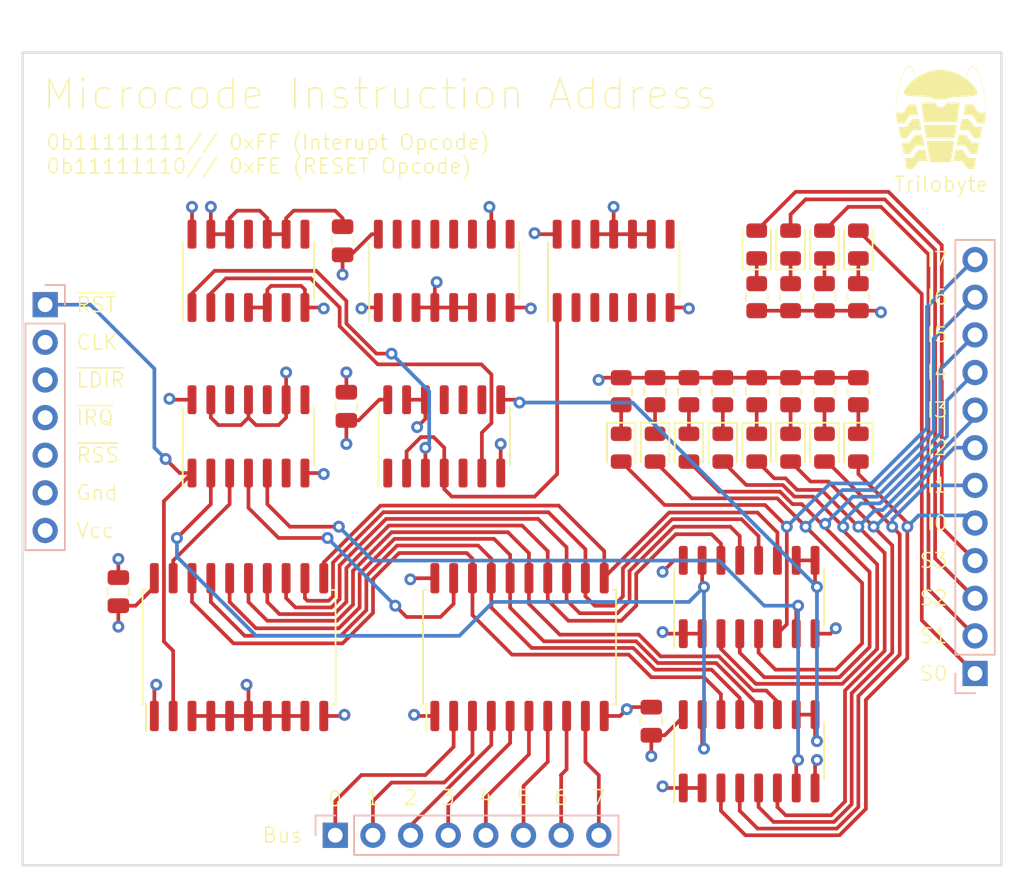
<source format=kicad_pcb>
(kicad_pcb (version 20211014) (generator pcbnew)
  (layers (0 "F.Cu" signal) (1 "In1.Cu" signal) (2 "In2.Cu" signal) (31 "B.Cu" signal) (34 "B.Paste" user) (35 "F.Paste" user) (36 "B.SilkS" user "B.Silkscreen") (37 "F.SilkS" user "F.Silkscreen") (38 "B.Mask" user) (39 "F.Mask" user) (44 "Edge.Cuts" user))
  (net 0 "")
  (net 1 "VCC")
  (net 2 "GND")
  (net 3 "Net-(D4-Pad1)")
  (net 4 "/~{ZF}")
  (net 5 "Net-(U1-Pad6)")
  (net 7 "Net-(U4-Pad3)")
  (net 8 "Net-(U4-Pad6)")
  (net 9 "STEP3")
  (net 11 "STEP2")
  (net 12 "~{BUS_SEL}")
  (net 13 "STEP1")
  (net 15 "STEP0")
  (net 16 "BUS0")
  (net 17 "BUS1")
  (net 18 "BUS2")
  (net 19 "BUS3")
  (net 20 "BUS4")
  (net 21 "BUS5")
  (net 22 "BUS6")
  (net 23 "BUS7")
  (net 24 "CLOCK")
  (net 25 "Net-(D1-Pad1)")
  (net 26 "Net-(D2-Pad1)")
  (net 27 "Net-(D3-Pad1)")
  (net 28 "INSTRUCTION7")
  (net 29 "INSTRUCTION6")
  (net 30 "INSTRUCTION5")
  (net 31 "INSTRUCTION4")
  (net 32 "INSTRUCTION3")
  (net 33 "INSTRUCTION2")
  (net 34 "INSTRUCTION1")
  (net 35 "INSTRUCTION0")
  (net 36 "~{RESET}")
  (net 37 "~{INT_REQUEST}")
  (net 38 "~{RESET_STEP}")
  (net 41 "Net-(U1-Pad4)")
  (net 42 "Net-(U10-Pad10)")
  (net 43 "RESET_LINE")
  (net 45 "/INST_BUS_7")
  (net 46 "/INST_BUS_6")
  (net 47 "/INST_BUS_5")
  (net 48 "/INST_BUS_4")
  (net 49 "/INST_BUS_3")
  (net 50 "/INST_BUS_2")
  (net 51 "/INST_BUS_1")
  (net 52 "/INST_BUS_0")
  (net 55 "Net-(D5-Pad1)")
  (net 56 "Net-(D6-Pad1)")
  (net 57 "Net-(D7-Pad1)")
  (net 58 "Net-(D8-Pad1)")
  (net 59 "Net-(D9-Pad1)")
  (net 60 "Net-(D10-Pad1)")
  (net 61 "~{LD_IR}")
  (net 62 "Net-(D11-Pad1)")
  (net 63 "Net-(D12-Pad1)")
  (footprint "Resistor_SMD:R_0805_2012Metric" (layer "F.Cu") (at 144.018 97.028 90)
    (fp_text reference "R1" hide)
    (fp_text value "R_Small_US" hide)
  )
  (footprint "Resistor_SMD:R_0805_2012Metric" (layer "F.Cu") (at 146.304 97.028 90)
    (fp_text reference "R2" hide)
    (fp_text value "R_Small_US" hide)
  )
  (footprint "Resistor_SMD:R_0805_2012Metric" (layer "F.Cu") (at 160.02 90.678 -90)
    (fp_text reference "R12" hide)
    (fp_text value "R_Small_US" hide)
  )
  (footprint "LED_SMD:LED_0805_2012Metric" (layer "F.Cu") (at 155.448 100.838 -90)
    (fp_text reference "D6" hide)
    (fp_text value "LED" hide)
  )
  (footprint "Package_SO:SOIC-14_3.9x8.7mm_P1.27mm" (layer "F.Cu") (at 132.08 100.076 90)
    (fp_text reference "U4" hide)
    (fp_text value "74LS08" hide)
  )
  (footprint "LED_SMD:LED_0805_2012Metric" (layer "F.Cu") (at 160.02 100.838 -90)
    (fp_text reference "D8" hide)
    (fp_text value "LED" hide)
  )
  (footprint "Package_SO:SOIC-14_3.9x8.7mm_P1.27mm" (layer "F.Cu") (at 118.872 88.9 90)
    (fp_text reference "U5" hide)
    (fp_text value "74LS32" hide)
  )
  (footprint "Resistor_SMD:R_0805_2012Metric" (layer "F.Cu") (at 157.734 90.678 -90)
    (fp_text reference "R11" hide)
    (fp_text value "R_Small_US" hide)
  )
  (footprint "Package_SO:SOIC-16_3.9x9.9mm_P1.27mm" (layer "F.Cu") (at 152.654 121.334 90)
    (fp_text reference "U9" hide)
    (fp_text value "74LS173" hide)
  )
  (footprint "LED_SMD:LED_0805_2012Metric" (layer "F.Cu") (at 146.304 100.838 -90)
    (fp_text reference "D2" hide)
    (fp_text value "LED" hide)
  )
  (footprint "Capacitor_SMD:C_0805_2012Metric" (layer "F.Cu") (at 110.092 110.556 90)
    (fp_text reference "C4" hide)
    (fp_text value "C" hide)
  )
  (footprint "Resistor_SMD:R_0805_2012Metric" (layer "F.Cu") (at 153.162 97.028 90)
    (fp_text reference "R5" hide)
    (fp_text value "R_Small_US" hide)
  )
  (footprint "Package_SO:SOIC-20W_7.5x12.8mm_P1.27mm" (layer "F.Cu") (at 137.16 114.3 90)
    (fp_text reference "U7" hide)
    (fp_text value "74LS245" hide)
  )
  (footprint "Package_SO:SOIC-20W_7.5x12.8mm_P1.27mm" (layer "F.Cu") (at 118.237 114.3 90)
    (fp_text reference "U6" hide)
    (fp_text value "74LS245" hide)
  )
  (footprint "LED_SMD:LED_0805_2012Metric" (layer "F.Cu") (at 153.162 100.838 -90)
    (fp_text reference "D5" hide)
    (fp_text value "LED" hide)
  )
  (footprint "Resistor_SMD:R_0805_2012Metric" (layer "F.Cu") (at 148.59 97.028 90)
    (fp_text reference "R3" hide)
    (fp_text value "R_Small_US" hide)
  )
  (footprint "Resistor_SMD:R_0805_2012Metric" (layer "F.Cu") (at 150.876 97.028 90)
    (fp_text reference "R4" hide)
    (fp_text value "R_Small_US" hide)
  )
  (footprint "Resistor_SMD:R_0805_2012Metric" (layer "F.Cu") (at 160.02 97.028 90)
    (fp_text reference "R8" hide)
    (fp_text value "R_Small_US" hide)
  )
  (footprint "LED_SMD:LED_0805_2012Metric" (layer "F.Cu") (at 150.876 100.838 -90)
    (fp_text reference "D4" hide)
    (fp_text value "LED" hide)
  )
  (footprint "LED_SMD:LED_0805_2012Metric" (layer "F.Cu") (at 157.734 87.122 90)
    (fp_text reference "D11" hide)
    (fp_text value "LED" hide)
  )
  (footprint "Resistor_SMD:R_0805_2012Metric" (layer "F.Cu") (at 155.448 97.028 90)
    (fp_text reference "R6" hide)
    (fp_text value "R_Small_US" hide)
  )
  (footprint "LED_SMD:LED_0805_2012Metric" (layer "F.Cu") (at 155.448 87.122 90)
    (fp_text reference "D10" hide)
    (fp_text value "LED" hide)
  )
  (footprint "Resistor_SMD:R_0805_2012Metric" (layer "F.Cu") (at 155.448 90.678 -90)
    (fp_text reference "R10" hide)
    (fp_text value "R_Small_US" hide)
  )
  (footprint "Stephenv6:trilobyte-logo-small" (layer "F.Cu") (at 165.608 70.866)
    (fp_text reference "REF**" hide)
    (fp_text value "trilobyte-logo-small" hide)
  )
  (footprint "Package_SO:SOIC-14_3.9x8.7mm_P1.27mm" (layer "F.Cu") (at 143.51 88.9 90)
    (fp_text reference "U2" hide)
    (fp_text value "4072" hide)
  )
  (footprint "LED_SMD:LED_0805_2012Metric" (layer "F.Cu") (at 148.59 100.838 -90)
    (fp_text reference "D3" hide)
    (fp_text value "LED" hide)
  )
  (footprint "LED_SMD:LED_0805_2012Metric" (layer "F.Cu") (at 144.018 100.838 -90)
    (fp_text reference "D1" hide)
    (fp_text value "LED" hide)
  )
  (footprint "Package_SO:SOIC-16_3.9x9.9mm_P1.27mm" (layer "F.Cu") (at 152.654 110.92 90)
    (fp_text reference "U10" hide)
    (fp_text value "74LS173" hide)
  )
  (footprint "LED_SMD:LED_0805_2012Metric" (layer "F.Cu") (at 160.02 87.122 90)
    (fp_text reference "D12" hide)
    (fp_text value "LED" hide)
  )
  (footprint "Capacitor_SMD:C_0805_2012Metric" (layer "F.Cu") (at 146.05 119.302 90)
    (fp_text reference "C3" hide)
    (fp_text value "C" hide)
  )
  (footprint "Package_SO:SOIC-14_3.9x8.7mm_P1.27mm" (layer "F.Cu") (at 118.872 100.076 90)
    (fp_text reference "U1" hide)
    (fp_text value "74LS04" hide)
  )
  (footprint "LED_SMD:LED_0805_2012Metric" (layer "F.Cu") (at 153.162 87.122 90)
    (fp_text reference "D9" hide)
    (fp_text value "LED" hide)
  )
  (footprint "Resistor_SMD:R_0805_2012Metric" (layer "F.Cu") (at 153.162 90.678 -90)
    (fp_text reference "R9" hide)
    (fp_text value "R_Small_US" hide)
  )
  (footprint "Resistor_SMD:R_0805_2012Metric" (layer "F.Cu") (at 157.734 97.028 90)
    (fp_text reference "R7" hide)
    (fp_text value "R_Small_US" hide)
  )
  (footprint "Package_SO:SOIC-16_3.9x9.9mm_P1.27mm" (layer "F.Cu") (at 132.08 88.9 90)
    (fp_text reference "U3" hide)
    (fp_text value "74LS161" hide)
  )
  (footprint "Capacitor_SMD:C_0805_2012Metric" (layer "F.Cu") (at 125.222 86.868 90)
    (fp_text reference "C1" hide)
    (fp_text value "C" hide)
  )
  (footprint "Capacitor_SMD:C_0805_2012Metric" (layer "F.Cu") (at 125.476 98.044 90)
    (fp_text reference "C2" hide)
    (fp_text value "C" hide)
  )
  (footprint "LED_SMD:LED_0805_2012Metric" (layer "F.Cu") (at 157.734 100.838 -90)
    (fp_text reference "D7" hide)
    (fp_text value "LED" hide)
  )
  (footprint "Connector_PinHeader_2.54mm:PinHeader_1x08_P2.54mm_Vertical" (layer "B.Cu") (at 124.729 127 -90)
    (fp_text reference "J1" hide)
    (fp_text value "Conn_01x08" hide)
  )
  (footprint "Connector_PinHeader_2.54mm:PinHeader_1x12_P2.54mm_Vertical" (layer "B.Cu") (at 167.894 116.083)
    (fp_text reference "J2" hide)
    (fp_text value "Conn_01x12" hide)
  )
  (footprint "Connector_PinHeader_2.54mm:PinHeader_1x07_P2.54mm_Vertical" (layer "B.Cu") (at 105.156 91.186 180)
    (fp_text reference "J3" hide)
    (fp_text value "Conn_01x07" hide)
  )
  (gr_rect (start 103.632 74.168) (end 169.672 129.032) (layer "Edge.Cuts") (width 0.15) (fill none))
  (gr_text "4" (at 134.874 124.46) (layer "F.SilkS") (effects (font (size 1 1) (thickness 0.1))))
  (gr_text "Gnd" (at 107.188 103.886) (layer "F.SilkS") (effects (font (size 1 1) (thickness 0.1)) (justify left)))
  (gr_text "I0" (at 166.116 105.918) (layer "F.SilkS") (effects (font (size 1 1) (thickness 0.1)) (justify right)))
  (gr_text "~{RST}" (at 107.188 91.186) (layer "F.SilkS") (effects (font (size 1 1) (thickness 0.1)) (justify left)))
  (gr_text "I6" (at 166.116 90.678) (layer "F.SilkS") (effects (font (size 1 1) (thickness 0.1)) (justify right)))
  (gr_text "I3" (at 166.116 98.298) (layer "F.SilkS") (effects (font (size 1 1) (thickness 0.1)) (justify right)))
  (gr_text "Vcc" (at 107.188 106.426) (layer "F.SilkS") (effects (font (size 1 1) (thickness 0.1)) (justify left)))
  (gr_text "S0" (at 166.116 116.078) (layer "F.SilkS") (effects (font (size 1 1) (thickness 0.1)) (justify right)))
  (gr_text "I1" (at 166.116 103.378) (layer "F.SilkS") (effects (font (size 1 1) (thickness 0.1)) (justify right)))
  (gr_text "0" (at 124.714 124.46 180) (layer "F.SilkS") (effects (font (size 1 1) (thickness 0.1))))
  (gr_text "~{RSS}" (at 107.188 101.346) (layer "F.SilkS") (effects (font (size 1 1) (thickness 0.1)) (justify left)))
  (gr_text "2" (at 129.794 124.46) (layer "F.SilkS") (effects (font (size 1 1) (thickness 0.1))))
  (gr_text "~{LDIR}" (at 107.188 96.266) (layer "F.SilkS") (effects (font (size 1 1) (thickness 0.1)) (justify left)))
  (gr_text "5" (at 137.414 124.46) (layer "F.SilkS") (effects (font (size 1 1) (thickness 0.1))))
  (gr_text "S1" (at 166.116 113.538) (layer "F.SilkS") (effects (font (size 1 1) (thickness 0.1)) (justify right)))
  (gr_text "CLK" (at 107.188 93.726) (layer "F.SilkS") (effects (font (size 1 1) (thickness 0.1)) (justify left)))
  (gr_text "I4" (at 166.116 95.758) (layer "F.SilkS") (effects (font (size 1 1) (thickness 0.1)) (justify right)))
  (gr_text "S2" (at 166.116 110.998) (layer "F.SilkS") (effects (font (size 1 1) (thickness 0.1)) (justify right)))
  (gr_text "Trilobyte" (at 165.608 83.058) (layer "F.SilkS") (effects (font (size 1 1) (thickness 0.1))))
  (gr_text "3" (at 132.334 124.46) (layer "F.SilkS") (effects (font (size 1 1) (thickness 0.1))))
  (gr_text "7" (at 142.494 124.46) (layer "F.SilkS") (effects (font (size 1 1) (thickness 0.1))))
  (gr_text "I5" (at 166.116 93.218) (layer "F.SilkS") (effects (font (size 1 1) (thickness 0.1)) (justify right)))
  (gr_text "S3" (at 166.116 108.458) (layer "F.SilkS") (effects (font (size 1 1) (thickness 0.1)) (justify right)))
  (gr_text "1" (at 127.254 124.46) (layer "F.SilkS") (effects (font (size 1 1) (thickness 0.1))))
  (gr_text "I7" (at 166.116 88.138) (layer "F.SilkS") (effects (font (size 1 1) (thickness 0.1)) (justify right)))
  (gr_text "6" (at 139.954 124.46) (layer "F.SilkS") (effects (font (size 1 1) (thickness 0.1))))
  (gr_text "Microcode Instruction Address" (at 127.762 76.962) (layer "F.SilkS") (effects (font (size 2 2) (thickness 0.1))))
  (gr_text "I2" (at 166.116 100.838) (layer "F.SilkS") (effects (font (size 1 1) (thickness 0.1)) (justify right)))
  (gr_text "0b11111111// 0xFF (Interupt Opcode)\n0b11111110// 0xFE (RESET Opcode)" (at 105.156 81.026) (layer "F.SilkS") (effects (font (size 1 1) (thickness 0.1)) (justify left)))
  (gr_text "~{IRQ}" (at 107.188 98.806) (layer "F.SilkS") (effects (font (size 1 1) (thickness 0.1)) (justify left)))
  (gr_text "Bus" (at 121.158 127) (layer "F.SilkS") (effects (font (size 1 1) (thickness 0.1))))
  (segment (start 127.189 86.425) (end 127.635 86.425) (width 0.25) (layer "F.Cu") (net 1))
  (segment (start 125.222 87.818) (end 125.222 89.154) (width 0.25) (layer "F.Cu") (net 1))
  (segment (start 125.476 98.994) (end 126.304 98.994) (width 0.25) (layer "F.Cu") (net 1))
  (segment (start 147.587 108.445) (end 146.812 109.22) (width 0.25) (layer "F.Cu") (net 1))
  (segment (start 126.557 91.375) (end 126.492 91.44) (width 0.25) (layer "F.Cu") (net 1))
  (segment (start 110.092 111.506) (end 110.092 112.92) (width 0.25) (layer "F.Cu") (net 1))
  (segment (start 131.445 118.95) (end 130.126 118.95) (width 0.25) (layer "F.Cu") (net 1))
  (segment (start 129.872 109.65) (end 129.794 109.728) (width 0.25) (layer "F.Cu") (net 1))
  (segment (start 135.255 86.425) (end 135.255 84.709) (width 0.25) (layer "F.Cu") (net 1))
  (segment (start 138.241 86.425) (end 138.176 86.36) (width 0.25) (layer "F.Cu") (net 1))
  (segment (start 113.603 97.601) (end 113.538 97.536) (width 0.25) (layer "F.Cu") (net 1))
  (segment (start 122.682 118.95) (end 115.062 118.95) (width 0.25) (layer "F.Cu") (net 1))
  (segment (start 135.255 84.709) (end 135.128 84.582) (width 0.25) (layer "F.Cu") (net 1))
  (segment (start 118.872 116.967) (end 118.745 116.84) (width 0.25) (layer "F.Cu") (net 1))
  (segment (start 146.05 120.252) (end 146.956 120.252) (width 0.25) (layer "F.Cu") (net 1))
  (segment (start 118.872 118.95) (end 118.872 116.967) (width 0.25) (layer "F.Cu") (net 1))
  (segment (start 112.505 110.048) (end 112.505 110.253) (width 0.25) (layer "F.Cu") (net 1))
  (segment (start 131.445 109.65) (end 129.872 109.65) (width 0.25) (layer "F.Cu") (net 1))
  (segment (start 146.956 120.252) (end 148.209 118.999) (width 0.25) (layer "F.Cu") (net 1))
  (segment (start 127.697 97.601) (end 128.27 97.601) (width 0.25) (layer "F.Cu") (net 1))
  (segment (start 125.222 87.818) (end 125.796 87.818) (width 0.25) (layer "F.Cu") (net 1))
  (segment (start 127.635 91.375) (end 126.557 91.375) (width 0.25) (layer "F.Cu") (net 1))
  (segment (start 115.062 97.601) (end 113.603 97.601) (width 0.25) (layer "F.Cu") (net 1))
  (segment (start 130.126 118.95) (end 130.048 118.872) (width 0.25) (layer "F.Cu") (net 1))
  (segment (start 112.505 110.253) (end 111.252 111.506) (width 0.25) (layer "F.Cu") (net 1))
  (segment (start 112.522 118.95) (end 112.522 116.967) (width 0.25) (layer "F.Cu") (net 1))
  (segment (start 112.522 116.967) (end 112.649 116.84) (width 0.25) (layer "F.Cu") (net 1))
  (segment (start 111.252 111.506) (end 110.092 111.506) (width 0.25) (layer "F.Cu") (net 1))
  (segment (start 125.796 87.818) (end 127.189 86.425) (width 0.25) (layer "F.Cu") (net 1))
  (segment (start 125.476 98.994) (end 125.476 100.584) (width 0.25) (layer "F.Cu") (net 1))
  (segment (start 148.209 108.445) (end 147.587 108.445) (width 0.25) (layer "F.Cu") (net 1))
  (segment (start 115.062 86.425) (end 115.062 84.582) (width 0.25) (layer "F.Cu") (net 1))
  (segment (start 139.7 86.425) (end 138.241 86.425) (width 0.25) (layer "F.Cu") (net 1))
  (segment (start 148.209 118.999) (end 148.209 118.859) (width 0.25) (layer "F.Cu") (net 1))
  (segment (start 146.05 120.252) (end 146.05 121.666) (width 0.25) (layer "F.Cu") (net 1))
  (segment (start 126.304 98.994) (end 127.697 97.601) (width 0.25) (layer "F.Cu") (net 1))
  (via (at 125.476 100.584) (size 0.8) (drill 0.4) (layers "F.Cu" "B.Cu") (net 1))
  (via (at 118.745 116.84) (size 0.8) (drill 0.4) (layers "F.Cu" "B.Cu") (net 1))
  (via (at 112.649 116.84) (size 0.8) (drill 0.4) (layers "F.Cu" "B.Cu") (net 1))
  (via (at 115.062 84.582) (size 0.8) (drill 0.4) (layers "F.Cu" "B.Cu") (net 1))
  (via (at 129.794 109.728) (size 0.8) (drill 0.4) (layers "F.Cu" "B.Cu") (net 1))
  (via (at 138.176 86.36) (size 0.8) (drill 0.4) (layers "F.Cu" "B.Cu") (net 1))
  (via (at 126.492 91.44) (size 0.8) (drill 0.4) (layers "F.Cu" "B.Cu") (net 1))
  (via (at 146.812 109.22) (size 0.8) (drill 0.4) (layers "F.Cu" "B.Cu") (net 1))
  (via (at 110.092 112.92) (size 0.8) (drill 0.4) (layers "F.Cu" "B.Cu") (net 1))
  (via (at 146.05 121.666) (size 0.8) (drill 0.4) (layers "F.Cu" "B.Cu") (net 1))
  (via (at 130.048 118.872) (size 0.8) (drill 0.4) (layers "F.Cu" "B.Cu") (net 1))
  (via (at 135.128 84.582) (size 0.8) (drill 0.4) (layers "F.Cu" "B.Cu") (net 1))
  (via (at 113.538 97.536) (size 0.8) (drill 0.4) (layers "F.Cu" "B.Cu") (net 1))
  (via (at 125.222 89.154) (size 0.8) (drill 0.4) (layers "F.Cu" "B.Cu") (net 1))
  (segment (start 130.81 98.887431) (end 130.25255 99.444881) (width 0.25) (layer "F.Cu") (net 2))
  (segment (start 119.38 99.314) (end 118.872 98.806) (width 0.25) (layer "F.Cu") (net 2))
  (segment (start 120.142 91.375) (end 120.142 90.17) (width 0.25) (layer "F.Cu") (net 2))
  (segment (start 158.131 113.395) (end 158.496 113.03) (width 0.25) (layer "F.Cu") (net 2))
  (segment (start 148.209 113.395) (end 146.923 113.395) (width 0.25) (layer "F.Cu") (net 2))
  (segment (start 157.099 122.047) (end 157.226 121.92) (width 0.25) (layer "F.Cu") (net 2))
  (segment (start 123.952 118.95) (end 125.271 118.95) (width 0.25) (layer "F.Cu") (net 2))
  (segment (start 120.904 99.314) (end 119.38 99.314) (width 0.25) (layer "F.Cu") (net 2))
  (segment (start 146.923 123.809) (end 146.812 123.698) (width 0.25) (layer "F.Cu") (net 2))
  (segment (start 125.222 85.918) (end 125.222 85.344) (width 0.25) (layer "F.Cu") (net 2))
  (segment (start 118.872 98.806) (end 118.872 97.601) (width 0.25) (layer "F.Cu") (net 2))
  (segment (start 161.4405 91.5905) (end 161.544 91.694) (width 0.25) (layer "F.Cu") (net 2))
  (segment (start 131.445 91.375) (end 131.445 89.789) (width 0.25) (layer "F.Cu") (net 2))
  (segment (start 117.602 85.344) (end 117.602 86.425) (width 0.25) (layer "F.Cu") (net 2))
  (segment (start 142.875 118.95) (end 143.94 118.95) (width 0.25) (layer "F.Cu") (net 2))
  (segment (start 121.412 85.344) (end 121.412 86.425) (width 0.25) (layer "F.Cu") (net 2))
  (segment (start 148.525 91.375) (end 148.59 91.44) (width 0.25) (layer "F.Cu") (net 2))
  (segment (start 116.332 97.601) (end 116.332 98.806) (width 0.25) (layer "F.Cu") (net 2))
  (segment (start 144.018 96.1155) (end 142.6445 96.1155) (width 0.25) (layer "F.Cu") (net 2))
  (segment (start 110.092 109.606) (end 110.092 108.348) (width 0.25) (layer "F.Cu") (net 2))
  (segment (start 121.412 86.425) (end 120.142 86.425) (width 0.25) (layer "F.Cu") (net 2))
  (segment (start 116.84 99.314) (end 118.364 99.314) (width 0.25) (layer "F.Cu") (net 2))
  (segment (start 118.872 91.375) (end 120.142 91.375) (width 0.25) (layer "F.Cu") (net 2))
  (segment (start 142.6445 96.1155) (end 142.494 96.266) (width 0.25) (layer "F.Cu") (net 2))
  (segment (start 121.92 84.836) (end 121.412 85.344) (width 0.25) (layer "F.Cu") (net 2))
  (segment (start 121.412 97.601) (end 121.412 95.758) (width 0.25) (layer "F.Cu") (net 2))
  (segment (start 120.142 85.344) (end 119.634 84.836) (width 0.25) (layer "F.Cu") (net 2))
  (segment (start 122.682 91.375) (end 123.887 91.375) (width 0.25) (layer "F.Cu") (net 2))
  (segment (start 120.142 90.17) (end 120.396 89.916) (width 0.25) (layer "F.Cu") (net 2))
  (segment (start 160.02 91.5905) (end 161.4405 91.5905) (width 0.25) (layer "F.Cu") (net 2))
  (segment (start 117.602 86.425) (end 116.332 86.425) (width 0.25) (layer "F.Cu") (net 2))
  (segment (start 116.332 98.806) (end 116.84 99.314) (width 0.25) (layer "F.Cu") (net 2))
  (segment (start 125.476 97.094) (end 125.476 95.758) (width 0.25) (layer "F.Cu") (net 2))
  (segment (start 149.479 123.809) (end 148.209 123.809) (width 0.25) (layer "F.Cu") (net 2))
  (segment (start 122.682 102.551) (end 123.887 102.551) (width 0.25) (layer "F.Cu") (net 2))
  (segment (start 136.525 91.375) (end 137.857 91.375) (width 0.25) (layer "F.Cu") (net 2))
  (segment (start 125.222 85.344) (end 124.714 84.836) (width 0.25) (layer "F.Cu") (net 2))
  (segment (start 133.985 91.375) (end 130.175 91.375) (width 0.25) (layer "F.Cu") (net 2))
  (segment (start 148.209 123.809) (end 146.923 123.809) (width 0.25) (layer "F.Cu") (net 2))
  (segment (start 143.94 118.95) (end 144.538 118.352) (width 0.25) (layer "F.Cu") (net 2))
  (segment (start 121.412 98.806) (end 120.904 99.314) (width 0.25) (layer "F.Cu") (net 2))
  (segment (start 131.445 89.789) (end 131.572 89.662) (width 0.25) (layer "F.Cu") (net 2))
  (segment (start 120.396 89.916) (end 122.428 89.916) (width 0.25) (layer "F.Cu") (net 2))
  (segment (start 143.51 86.425) (end 143.51 84.582) (width 0.25) (layer "F.Cu") (net 2))
  (segment (start 130.81 97.601) (end 130.81 98.887431) (width 0.25) (layer "F.Cu") (net 2))
  (segment (start 122.682 90.17) (end 122.682 91.375) (width 0.25) (layer "F.Cu") (net 2))
  (segment (start 119.634 84.836) (end 118.11 84.836) (width 0.25) (layer "F.Cu") (net 2))
  (segment (start 144.018 96.1155) (end 160.02 96.1155) (width 0.25) (layer "F.Cu") (net 2))
  (segment (start 147.32 91.375) (end 148.525 91.375) (width 0.25) (layer "F.Cu") (net 2))
  (segment (start 125.271 118.95) (end 125.349 118.872) (width 0.25) (layer "F.Cu") (net 2))
  (segment (start 124.714 84.836) (end 121.92 84.836) (width 0.25) (layer "F.Cu") (net 2))
  (segment (start 142.24 86.425) (end 146.05 86.425) (width 0.25) (layer "F.Cu") (net 2))
  (segment (start 149.479 113.395) (end 148.209 113.395) (width 0.25) (layer "F.Cu") (net 2))
  (segment (start 153.162 91.5905) (end 160.02 91.5905) (width 0.25) (layer "F.Cu") (net 2))
  (segment (start 120.142 86.425) (end 120.142 85.344) (width 0.25) (layer "F.Cu") (net 2))
  (segment (start 118.364 99.314) (end 118.872 98.806) (width 0.25) (layer "F.Cu") (net 2))
  (segment (start 121.412 97.601) (end 121.412 98.806) (width 0.25) (layer "F.Cu") (net 2))
  (segment (start 122.428 89.916) (end 122.682 90.17) (width 0.25) (layer "F.Cu") (net 2))
  (segment (start 129.54 97.601) (end 130.81 97.601) (width 0.25) (layer "F.Cu") (net 2))
  (segment (start 135.89 102.551) (end 135.89 100.584) (width 0.25) (layer "F.Cu") (net 2))
  (segment (start 157.099 113.395) (end 158.131 113.395) (width 0.25) (layer "F.Cu") (net 2))
  (segment (start 157.099 123.809) (end 157.099 122.047) (width 0.25) (layer "F.Cu") (net 2))
  (segment (start 146.923 113.395) (end 146.812 113.284) (width 0.25) (layer "F.Cu") (net 2))
  (segment (start 123.887 91.375) (end 123.952 91.44) (width 0.25) (layer "F.Cu") (net 2))
  (segment (start 144.538 118.352) (end 146.05 118.352) (width 0.25) (layer "F.Cu") (net 2))
  (segment (start 118.11 84.836) (end 117.602 85.344) (width 0.25) (layer "F.Cu") (net 2))
  (segment (start 116.332 86.425) (end 116.332 84.582) (width 0.25) (layer "F.Cu") (net 2))
  (segment (start 137.857 91.375) (end 137.922 91.44) (width 0.25) (layer "F.Cu") (net 2))
  (segment (start 123.887 102.551) (end 123.952 102.616) (width 0.25) (layer "F.Cu") (net 2))
  (via (at 123.952 102.616) (size 0.8) (drill 0.4) (layers "F.Cu" "B.Cu") (net 2))
  (via (at 142.494 96.266) (size 0.8) (drill 0.4) (layers "F.Cu" "B.Cu") (net 2))
  (via (at 148.59 91.44) (size 0.8) (drill 0.4) (layers "F.Cu" "B.Cu") (net 2))
  (via (at 116.332 84.582) (size 0.8) (drill 0.4) (layers "F.Cu" "B.Cu") (net 2))
  (via (at 158.496 113.03) (size 0.8) (drill 0.4) (layers "F.Cu" "B.Cu") (net 2))
  (via (at 146.812 123.698) (size 0.8) (drill 0.4) (layers "F.Cu" "B.Cu") (net 2))
  (via (at 146.812 113.284) (size 0.8) (drill 0.4) (layers "F.Cu" "B.Cu") (net 2))
  (via (at 161.544 91.694) (size 0.8) (drill 0.4) (layers "F.Cu" "B.Cu") (net 2))
  (via (at 135.89 100.584) (size 0.8) (drill 0.4) (layers "F.Cu" "B.Cu") (net 2))
  (via (at 125.476 95.758) (size 0.8) (drill 0.4) (layers "F.Cu" "B.Cu") (net 2))
  (via (at 110.092 108.348) (size 0.8) (drill 0.4) (layers "F.Cu" "B.Cu") (net 2))
  (via (at 157.226 121.92) (size 0.8) (drill 0.4) (layers "F.Cu" "B.Cu") (net 2))
  (via (at 121.412 95.758) (size 0.8) (drill 0.4) (layers "F.Cu" "B.Cu") (net 2))
  (via (at 131.572 89.662) (size 0.8) (drill 0.4) (layers "F.Cu" "B.Cu") (net 2))
  (via (at 130.25255 99.444881) (size 0.8) (drill 0.4) (layers "F.Cu" "B.Cu") (net 2))
  (via (at 125.349 118.872) (size 0.8) (drill 0.4) (layers "F.Cu" "B.Cu") (net 2))
  (via (at 144.399 118.491) (size 0.8) (drill 0.4) (layers "F.Cu" "B.Cu") (net 2))
  (via (at 137.922 91.44) (size 0.8) (drill 0.4) (layers "F.Cu" "B.Cu") (net 2))
  (via (at 123.952 91.44) (size 0.8) (drill 0.4) (layers "F.Cu" "B.Cu") (net 2))
  (via (at 143.51 84.582) (size 0.8) (drill 0.4) (layers "F.Cu" "B.Cu") (net 2))
  (segment (start 150.876 99.786) (end 150.876 97.826) (width 0.25) (layer "F.Cu") (net 3))
  (segment (start 130.509901 100.122134) (end 131.364134 100.122134) (width 0.25) (layer "F.Cu") (net 4))
  (segment (start 138.176 104.14) (end 132.588 104.14) (width 0.25) (layer "F.Cu") (net 4))
  (segment (start 129.54 101.092035) (end 130.509901 100.122134) (width 0.25) (layer "F.Cu") (net 4))
  (segment (start 132.588 104.14) (end 132.08 103.632) (width 0.25) (layer "F.Cu") (net 4))
  (segment (start 139.7 91.375) (end 139.7 102.616) (width 0.25) (layer "F.Cu") (net 4))
  (segment (start 139.7 102.616) (end 138.176 104.14) (width 0.25) (layer "F.Cu") (net 4))
  (segment (start 132.08 103.632) (end 132.08 102.551) (width 0.25) (layer "F.Cu") (net 4))
  (segment (start 132.08 100.838) (end 132.08 102.551) (width 0.25) (layer "F.Cu") (net 4))
  (segment (start 131.364134 100.122134) (end 132.08 100.838) (width 0.25) (layer "F.Cu") (net 4))
  (segment (start 129.54 102.551) (end 129.54 101.092035) (width 0.25) (layer "F.Cu") (net 4))
  (segment (start 125.476 90.932) (end 125.476 92.202) (width 0.25) (layer "F.Cu") (net 7))
  (segment (start 126.492 93.472) (end 127.508 94.488) (width 0.25) (layer "F.Cu") (net 7))
  (segment (start 116.586 88.9) (end 119.126 88.9) (width 0.25) (layer "F.Cu") (net 7))
  (segment (start 115.824 89.662) (end 116.586 88.9) (width 0.25) (layer "F.Cu") (net 7))
  (segment (start 127.508 94.488) (end 128.524 94.488) (width 0.25) (layer "F.Cu") (net 7))
  (segment (start 123.952 89.408) (end 125.476 90.932) (width 0.25) (layer "F.Cu") (net 7))
  (segment (start 123.444 88.9) (end 123.952 89.408) (width 0.25) (layer "F.Cu") (net 7))
  (segment (start 125.476 92.456) (end 126.492 93.472) (width 0.25) (layer "F.Cu") (net 7))
  (segment (start 119.126 88.9) (end 123.444 88.9) (width 0.25) (layer "F.Cu") (net 7))
  (segment (start 115.062 91.375) (end 115.062 90.424) (width 0.25) (layer "F.Cu") (net 7))
  (segment (start 115.062 90.424) (end 115.824 89.662) (width 0.25) (layer "F.Cu") (net 7))
  (segment (start 130.81 102.551) (end 130.81 100.846635) (width 0.25) (layer "F.Cu") (net 7))
  (segment (start 125.476 92.202) (end 125.476 92.456) (width 0.25) (layer "F.Cu") (net 7))
  (via (at 130.81 100.846635) (size 0.8) (drill 0.4) (layers "F.Cu" "B.Cu") (net 7))
  (via (at 128.524 94.488) (size 0.8) (drill 0.4) (layers "F.Cu" "B.Cu") (net 7))
  (segment (start 131.064 97.028) (end 131.064 100.592635) (width 0.25) (layer "B.Cu") (net 7))
  (segment (start 131.064 100.592635) (end 130.81 100.846635) (width 0.25) (layer "B.Cu") (net 7))
  (segment (start 128.524 94.488) (end 131.064 97.028) (width 0.25) (layer "B.Cu") (net 7))
  (segment (start 134.582501 95.212501) (end 135.26548 95.89548) (width 0.25) (layer "F.Cu") (net 8))
  (segment (start 135.26548 95.89548) (end 135.26548 99.17652) (width 0.25) (layer "F.Cu") (net 8))
  (segment (start 123.062296 89.408) (end 125.026489 91.372193) (width 0.25) (layer "F.Cu") (net 8))
  (segment (start 127.596797 95.212501) (end 134.582501 95.212501) (width 0.25) (layer "F.Cu") (net 8))
  (segment (start 116.332 90.424) (end 117.348 89.408) (width 0.25) (layer "F.Cu") (net 8))
  (segment (start 125.02649 92.642194) (end 127.596797 95.212501) (width 0.25) (layer "F.Cu") (net 8))
  (segment (start 135.26548 99.17652) (end 134.62 99.822) (width 0.25) (layer "F.Cu") (net 8))
  (segment (start 117.348 89.408) (end 123.062296 89.408) (width 0.25) (layer "F.Cu") (net 8))
  (segment (start 116.332 91.375) (end 116.332 90.424) (width 0.25) (layer "F.Cu") (net 8))
  (segment (start 134.62 99.822) (end 134.62 102.551) (width 0.25) (layer "F.Cu") (net 8))
  (segment (start 125.026489 91.372193) (end 125.02649 92.642194) (width 0.25) (layer "F.Cu") (net 8))
  (segment (start 155.7805 83.566) (end 153.162 86.1845) (width 0.25) (layer "F.Cu") (net 9))
  (segment (start 162.052 83.566) (end 155.7805 83.566) (width 0.25) (layer "F.Cu") (net 9))
  (segment (start 165.649033 87.163033) (end 162.052 83.566) (width 0.25) (layer "F.Cu") (net 9))
  (segment (start 167.894 108.463) (end 165.649033 106.218033) (width 0.25) (layer "F.Cu") (net 9))
  (segment (start 165.649033 106.218033) (end 165.649033 87.163033) (width 0.25) (layer "F.Cu") (net 9))
  (segment (start 155.448 85.09) (end 156.464 84.074) (width 0.25) (layer "F.Cu") (net 11))
  (segment (start 161.798 84.074) (end 165.199522 87.475522) (width 0.25) (layer "F.Cu") (net 11))
  (segment (start 155.448 86.1845) (end 155.448 85.09) (width 0.25) (layer "F.Cu") (net 11))
  (segment (start 165.199522 87.475522) (end 165.199522 108.308522) (width 0.25) (layer "F.Cu") (net 11))
  (segment (start 156.464 84.074) (end 161.798 84.074) (width 0.25) (layer "F.Cu") (net 11))
  (segment (start 165.199522 108.308522) (end 167.894 111.003) (width 0.25) (layer "F.Cu") (net 11))
  (segment (start 113.792 109.65) (end 113.792 108.458) (width 0.25) (layer "F.Cu") (net 12))
  (segment (start 117.602 104.648) (end 117.602 102.551) (width 0.25) (layer "F.Cu") (net 12))
  (segment (start 113.792 108.458) (end 117.602 104.648) (width 0.25) (layer "F.Cu") (net 12))
  (segment (start 164.750012 87.788012) (end 161.544 84.582) (width 0.25) (layer "F.Cu") (net 13))
  (segment (start 167.894 113.543) (end 164.750012 110.399012) (width 0.25) (layer "F.Cu") (net 13))
  (segment (start 159.3365 84.582) (end 157.734 86.1845) (width 0.25) (layer "F.Cu") (net 13))
  (segment (start 161.544 84.582) (end 159.3365 84.582) (width 0.25) (layer "F.Cu") (net 13))
  (segment (start 164.750012 110.399012) (end 164.750012 87.788012) (width 0.25) (layer "F.Cu") (net 13))
  (segment (start 164.300501 90.465001) (end 164.300501 112.489501) (width 0.25) (layer "F.Cu") (net 15))
  (segment (start 164.300501 112.489501) (end 167.894 116.083) (width 0.25) (layer "F.Cu") (net 15))
  (segment (start 160.02 86.1845) (end 164.300501 90.465001) (width 0.25) (layer "F.Cu") (net 15))
  (segment (start 130.81 122.936) (end 126.492 122.936) (width 0.25) (layer "F.Cu") (net 16))
  (segment (start 124.729 124.699) (end 124.729 127) (width 0.25) (layer "F.Cu") (net 16))
  (segment (start 132.715 121.031) (end 130.81 122.936) (width 0.25) (layer "F.Cu") (net 16))
  (segment (start 132.715 118.95) (end 132.715 121.031) (width 0.25) (layer "F.Cu") (net 16))
  (segment (start 126.492 122.936) (end 124.729 124.699) (width 0.25) (layer "F.Cu") (net 16))
  (segment (start 127.269 124.699) (end 128.524 123.444) (width 0.25) (layer "F.Cu") (net 17))
  (segment (start 127.269 127) (end 127.269 124.699) (width 0.25) (layer "F.Cu") (net 17))
  (segment (start 132.08 123.444) (end 133.985 121.539) (width 0.25) (layer "F.Cu") (net 17))
  (segment (start 128.524 123.444) (end 132.08 123.444) (width 0.25) (layer "F.Cu") (net 17))
  (segment (start 133.985 121.539) (end 133.985 118.95) (width 0.25) (layer "F.Cu") (net 17))
  (segment (start 135.255 118.95) (end 135.255 120.904704) (width 0.25) (layer "F.Cu") (net 18))
  (segment (start 129.809 126.350704) (end 129.809 127) (width 0.25) (layer "F.Cu") (net 18))
  (segment (start 135.255 120.904704) (end 129.809 126.350704) (width 0.25) (layer "F.Cu") (net 18))
  (segment (start 132.349 124.953) (end 132.349 127) (width 0.25) (layer "F.Cu") (net 19))
  (segment (start 136.525 120.777) (end 132.349 124.953) (width 0.25) (layer "F.Cu") (net 19))
  (segment (start 136.525 118.95) (end 136.525 120.777) (width 0.25) (layer "F.Cu") (net 19))
  (segment (start 137.795 118.95) (end 137.795 121.539) (width 0.25) (layer "F.Cu") (net 20))
  (segment (start 137.795 121.539) (end 134.889 124.445) (width 0.25) (layer "F.Cu") (net 20))
  (segment (start 134.889 124.445) (end 134.889 127) (width 0.25) (layer "F.Cu") (net 20))
  (segment (start 137.429 127) (end 137.429 123.683) (width 0.25) (layer "F.Cu") (net 21))
  (segment (start 139.065 122.047) (end 139.065 118.95) (width 0.25) (layer "F.Cu") (net 21))
  (segment (start 137.429 123.683) (end 139.065 122.047) (width 0.25) (layer "F.Cu") (net 21))
  (segment (start 139.954 122.936) (end 139.969 122.951) (width 0.25) (layer "F.Cu") (net 22))
  (segment (start 140.335 122.555) (end 139.954 122.936) (width 0.25) (layer "F.Cu") (net 22))
  (segment (start 139.969 122.951) (end 139.969 127) (width 0.25) (layer "F.Cu") (net 22))
  (segment (start 140.335 118.95) (end 140.335 122.555) (width 0.25) (layer "F.Cu") (net 22))
  (segment (start 141.605 122.047) (end 142.509 122.951) (width 0.25) (layer "F.Cu") (net 23))
  (segment (start 142.509 122.951) (end 142.509 127) (width 0.25) (layer "F.Cu") (net 23))
  (segment (start 141.605 118.95) (end 141.605 122.047) (width 0.25) (layer "F.Cu") (net 23))
  (segment (start 120.142 104.648) (end 120.142 102.551) (width 0.25) (layer "F.Cu") (net 24))
  (segment (start 155.829 111.633) (end 155.956 111.506) (width 0.25) (layer "F.Cu") (net 24))
  (segment (start 155.829 113.395) (end 155.829 111.633) (width 0.25) (layer "F.Cu") (net 24))
  (segment (start 121.666 106.172) (end 120.142 104.648) (width 0.25) (layer "F.Cu") (net 24))
  (segment (start 155.829 122.047) (end 155.829 123.809) (width 0.25) (layer "F.Cu") (net 24))
  (segment (start 155.956 121.92) (end 155.829 122.047) (width 0.25) (layer "F.Cu") (net 24))
  (segment (start 124.968 106.172) (end 121.666 106.172) (width 0.25) (layer "F.Cu") (net 24))
  (via (at 155.956 111.506) (size 0.8) (drill 0.4) (layers "F.Cu" "B.Cu") (net 24))
  (via (at 155.956 121.92) (size 0.8) (drill 0.4) (layers "F.Cu" "B.Cu") (net 24))
  (via (at 124.968 106.172) (size 0.8) (drill 0.4) (layers "F.Cu" "B.Cu") (net 24))
  (segment (start 152.4 110.236) (end 150.622 108.458) (width 0.25) (layer "B.Cu") (net 24))
  (segment (start 155.956 111.506) (end 153.67 111.506) (width 0.25) (layer "B.Cu") (net 24))
  (segment (start 150.622 108.458) (end 147.32 108.458) (width 0.25) (layer "B.Cu") (net 24))
  (segment (start 155.956 111.506) (end 155.956 121.92) (width 0.25) (layer "B.Cu") (net 24))
  (segment (start 153.67 111.506) (end 152.4 110.236) (width 0.25) (layer "B.Cu") (net 24))
  (segment (start 127.254 108.458) (end 124.968 106.172) (width 0.25) (layer "B.Cu") (net 24))
  (segment (start 147.32 108.458) (end 127.254 108.458) (width 0.25) (layer "B.Cu") (net 24))
  (segment (start 144.018 99.9005) (end 144.018 97.9405) (width 0.25) (layer "F.Cu") (net 25))
  (segment (start 146.304 99.786) (end 146.304 97.826) (width 0.25) (layer "F.Cu") (net 26))
  (segment (start 148.59 99.786) (end 148.59 97.826) (width 0.25) (layer "F.Cu") (net 27))
  (segment (start 155.194 112.76) (end 155.194 106.172) (width 0.25) (layer "F.Cu") (net 28))
  (segment (start 154.559 113.395) (end 155.194 112.76) (width 0.25) (layer "F.Cu") (net 28))
  (segment (start 146.94899 104.70649) (end 153.72849 104.70649) (width 0.25) (layer "F.Cu") (net 28))
  (segment (start 153.72849 104.70649) (end 155.194 106.172) (width 0.25) (layer "F.Cu") (net 28))
  (segment (start 144.018 101.7755) (end 146.94899 104.70649) (width 0.25) (layer "F.Cu") (net 28))
  (via (at 155.194 106.172) (size 0.8) (drill 0.4) (layers "F.Cu" "B.Cu") (net 28))
  (segment (start 158.115 103.251) (end 155.194 106.172) (width 0.25) (layer "B.Cu") (net 28))
  (segment (start 167.835271 88.143) (end 164.65048 91.327791) (width 0.25) (layer "B.Cu") (net 28))
  (segment (start 167.894 88.143) (end 167.835271 88.143) (width 0.25) (layer "B.Cu") (net 28))
  (segment (start 164.65048 99.50952) (end 160.909 103.251) (width 0.25) (layer "B.Cu") (net 28))
  (segment (start 164.65048 91.327791) (end 164.65048 99.50952) (width 0.25) (layer "B.Cu") (net 28))
  (segment (start 160.909 103.251) (end 158.115 103.251) (width 0.25) (layer "B.Cu") (net 28))
  (segment (start 155.748099 105.447499) (end 155.739499 105.447499) (width 0.25) (layer "F.Cu") (net 29))
  (segment (start 155.739499 105.447499) (end 154.548978 104.256978) (width 0.25) (layer "F.Cu") (net 29))
  (segment (start 153.289 113.395) (end 153.289 114.681) (width 0.25) (layer "F.Cu") (net 29))
  (segment (start 158.496 115.824) (end 160.274 114.046) (width 0.25) (layer "F.Cu") (net 29))
  (segment (start 153.289 114.681) (end 154.432 115.824) (width 0.25) (layer "F.Cu") (net 29))
  (segment (start 154.432 115.824) (end 158.496 115.824) (width 0.25) (layer "F.Cu") (net 29))
  (segment (start 148.785478 104.256978) (end 146.304 101.7755) (width 0.25) (layer "F.Cu") (net 29))
  (segment (start 160.274 114.046) (end 160.274 109.9734) (width 0.25) (layer "F.Cu") (net 29))
  (segment (start 154.548978 104.256978) (end 148.785478 104.256978) (width 0.25) (layer "F.Cu") (net 29))
  (segment (start 160.274 109.9734) (end 155.748099 105.447499) (width 0.25) (layer "F.Cu") (net 29))
  (via (at 156.464 106.172) (size 0.8) (drill 0.4) (layers "F.Cu" "B.Cu") (net 29))
  (segment (start 167.894 90.683) (end 165.099991 93.477009) (width 0.25) (layer "B.Cu") (net 29))
  (segment (start 165.099991 93.477009) (end 165.09999 99.695714) (width 0.25) (layer "B.Cu") (net 29))
  (segment (start 161.095193 103.700511) (end 158.93549 103.70051) (width 0.25) (layer "B.Cu") (net 29))
  (segment (start 165.09999 99.695714) (end 161.095193 103.700511) (width 0.25) (layer "B.Cu") (net 29))
  (segment (start 158.93549 103.70051) (end 156.464 106.172) (width 0.25) (layer "B.Cu") (net 29))
  (segment (start 160.782 109.2286) (end 160.782 114.297184) (width 0.25) (layer "F.Cu") (net 30))
  (segment (start 156.2014 104.648) (end 160.782 109.2286) (width 0.25) (layer "F.Cu") (net 30))
  (segment (start 154.735172 103.807468) (end 155.575704 104.648) (width 0.25) (layer "F.Cu") (net 30))
  (segment (start 155.575704 104.648) (end 156.2014 104.648) (width 0.25) (layer "F.Cu") (net 30))
  (segment (start 153.670704 116.332) (end 152.019 114.680296) (width 0.25) (layer "F.Cu") (net 30))
  (segment (start 160.782 114.297184) (end 158.747184 116.332) (width 0.25) (layer "F.Cu") (net 30))
  (segment (start 148.59 101.7755) (end 150.621967 103.807467) (width 0.25) (layer "F.Cu") (net 30))
  (segment (start 158.747184 116.332) (end 153.670704 116.332) (width 0.25) (layer "F.Cu") (net 30))
  (segment (start 152.019 114.680296) (end 152.019 113.395) (width 0.25) (layer "F.Cu") (net 30))
  (segment (start 150.621967 103.807467) (end 154.735172 103.807468) (width 0.25) (layer "F.Cu") (net 30))
  (via (at 157.779666 105.980862) (size 0.8) (drill 0.4) (layers "F.Cu" "B.Cu") (net 30))
  (segment (start 167.894 93.223) (end 165.549502 95.567498) (width 0.25) (layer "B.Cu") (net 30))
  (segment (start 165.5495 99.881908) (end 161.281386 104.150022) (width 0.25) (layer "B.Cu") (net 30))
  (segment (start 165.549502 95.567498) (end 165.5495 99.881908) (width 0.25) (layer "B.Cu") (net 30))
  (segment (start 161.281386 104.150022) (end 159.633636 104.150022) (width 0.25) (layer "B.Cu") (net 30))
  (segment (start 157.802796 105.980862) (end 157.779666 105.980862) (width 0.25) (layer "B.Cu") (net 30))
  (segment (start 159.633636 104.150022) (end 157.802796 105.980862) (width 0.25) (layer "B.Cu") (net 30))
  (segment (start 156.963402 104.14) (end 158.999701 106.176299) (width 0.25) (layer "F.Cu") (net 31))
  (segment (start 152.458456 103.357956) (end 154.921366 103.357958) (width 0.25) (layer "F.Cu") (net 31))
  (segment (start 161.29 114.424888) (end 161.29 108.712) (width 0.25) (layer "F.Cu") (net 31))
  (segment (start 150.749 113.395) (end 150.749 114.427) (width 0.25) (layer "F.Cu") (net 31))
  (segment (start 161.29 108.712) (end 158.999701 106.421701) (width 0.25) (layer "F.Cu") (net 31))
  (segment (start 154.921366 103.357958) (end 155.703408 104.14) (width 0.25) (layer "F.Cu") (net 31))
  (segment (start 158.999701 106.421701) (end 158.999701 106.176299) (width 0.25) (layer "F.Cu") (net 31))
  (segment (start 150.876 101.7755) (end 152.458456 103.357956) (width 0.25) (layer "F.Cu") (net 31))
  (segment (start 153.103511 116.781511) (end 158.933377 116.781511) (width 0.25) (layer "F.Cu") (net 31))
  (segment (start 158.933377 116.781511) (end 161.29 114.424888) (width 0.25) (layer "F.Cu") (net 31))
  (segment (start 155.703408 104.14) (end 156.963402 104.14) (width 0.25) (layer "F.Cu") (net 31))
  (segment (start 150.749 114.427) (end 153.103511 116.781511) (width 0.25) (layer "F.Cu") (net 31))
  (via (at 158.999701 106.176299) (size 0.8) (drill 0.4) (layers "F.Cu" "B.Cu") (net 31))
  (segment (start 158.999701 105.795651) (end 158.999701 106.176299) (width 0.25) (layer "B.Cu") (net 31))
  (segment (start 160.195819 104.599533) (end 158.999701 105.795651) (width 0.25) (layer "B.Cu") (net 31))
  (segment (start 165.99901 100.068102) (end 161.467579 104.599533) (width 0.25) (layer "B.Cu") (net 31))
  (segment (start 165.999012 97.657988) (end 165.99901 100.068102) (width 0.25) (layer "B.Cu") (net 31))
  (segment (start 167.894 95.763) (end 165.999012 97.657988) (width 0.25) (layer "B.Cu") (net 31))
  (segment (start 161.467579 104.599533) (end 160.195819 104.599533) (width 0.25) (layer "B.Cu") (net 31))
  (segment (start 155.115467 125.651467) (end 158.191421 125.651467) (width 0.25) (layer "F.Cu") (net 32))
  (segment (start 154.345558 102.908446) (end 155.10756 102.908448) (width 0.25) (layer "F.Cu") (net 32))
  (segment (start 161.798 107.95) (end 160.02 106.172) (width 0.25) (layer "F.Cu") (net 32))
  (segment (start 153.212612 101.7755) (end 154.345558 102.908446) (width 0.25) (layer "F.Cu") (net 32))
  (segment (start 157.538489 103.690489) (end 160.02 106.172) (width 0.25) (layer "F.Cu") (net 32))
  (segment (start 161.798 114.552592) (end 161.798 107.95) (width 0.25) (layer "F.Cu") (net 32))
  (segment (start 153.162 101.7755) (end 153.212612 101.7755) (width 0.25) (layer "F.Cu") (net 32))
  (segment (start 154.559 123.809) (end 154.559 125.095) (width 0.25) (layer "F.Cu") (net 32))
  (segment (start 159.120979 124.721909) (end 159.120979 117.229613) (width 0.25) (layer "F.Cu") (net 32))
  (segment (start 155.10756 102.908448) (end 155.889601 103.690489) (width 0.25) (layer "F.Cu") (net 32))
  (segment (start 155.889601 103.690489) (end 157.538489 103.690489) (width 0.25) (layer "F.Cu") (net 32))
  (segment (start 154.559 125.095) (end 155.115467 125.651467) (width 0.25) (layer "F.Cu") (net 32))
  (segment (start 159.120979 117.229613) (end 161.798 114.552592) (width 0.25) (layer "F.Cu") (net 32))
  (segment (start 158.191421 125.651467) (end 159.120979 124.721909) (width 0.25) (layer "F.Cu") (net 32))
  (via (at 160.02 106.172) (size 0.8) (drill 0.4) (layers "F.Cu" "B.Cu") (net 32))
  (segment (start 161.142956 105.049044) (end 160.02 106.172) (width 0.25) (layer "B.Cu") (net 32))
  (segment (start 167.894 98.808816) (end 161.653772 105.049044) (width 0.25) (layer "B.Cu") (net 32))
  (segment (start 167.894 98.303) (end 167.894 98.808816) (width 0.25) (layer "B.Cu") (net 32))
  (segment (start 161.653772 105.049044) (end 161.142956 105.049044) (width 0.25) (layer "B.Cu") (net 32))
  (segment (start 156.7965 103.124) (end 155.448 101.7755) (width 0.25) (layer "F.Cu") (net 33))
  (segment (start 159.57049 124.908102) (end 159.57049 117.415806) (width 0.25) (layer "F.Cu") (net 33))
  (segment (start 162.306 114.680296) (end 162.306 107.4334) (width 0.25) (layer "F.Cu") (net 33))
  (segment (start 153.289 125.095) (end 154.294978 126.100978) (width 0.25) (layer "F.Cu") (net 33))
  (segment (start 159.57049 117.415806) (end 162.306 114.680296) (width 0.25) (layer "F.Cu") (net 33))
  (segment (start 157.9966 103.124) (end 156.7965 103.124) (width 0.25) (layer "F.Cu") (net 33))
  (segment (start 154.294978 126.100978) (end 158.377614 126.100978) (width 0.25) (layer "F.Cu") (net 33))
  (segment (start 153.289 123.809) (end 153.289 125.095) (width 0.25) (layer "F.Cu") (net 33))
  (segment (start 158.377614 126.100978) (end 159.57049 124.908102) (width 0.25) (layer "F.Cu") (net 33))
  (segment (start 162.306 107.4334) (end 157.9966 103.124) (width 0.25) (layer "F.Cu") (net 33))
  (via (at 161.048897 106.167701) (size 0.8) (drill 0.4) (layers "F.Cu" "B.Cu") (net 33))
  (segment (start 161.170819 106.167701) (end 161.048897 106.167701) (width 0.25) (layer "B.Cu") (net 33))
  (segment (start 166.49552 100.843) (end 161.170819 106.167701) (width 0.25) (layer "B.Cu") (net 33))
  (segment (start 167.894 100.843) (end 166.49552 100.843) (width 0.25) (layer "B.Cu") (net 33))
  (segment (start 157.734 101.7755) (end 157.9095 101.7755) (width 0.25) (layer "F.Cu") (net 34))
  (segment (start 162.814 106.683949) (end 162.306 106.175949) (width 0.25) (layer "F.Cu") (net 34))
  (segment (start 162.814 114.808) (end 162.814 106.683949) (width 0.25) (layer "F.Cu") (net 34))
  (segment (start 153.220489 126.550489) (end 158.563807 126.550489) (width 0.25) (layer "F.Cu") (net 34))
  (segment (start 152.019 125.349) (end 153.220489 126.550489) (width 0.25) (layer "F.Cu") (net 34))
  (segment (start 160.02 125.094296) (end 160.02 117.602) (width 0.25) (layer "F.Cu") (net 34))
  (segment (start 162.306 106.175949) (end 162.306 106.172) (width 0.25) (layer "F.Cu") (net 34))
  (segment (start 157.9095 101.7755) (end 162.306 106.172) (width 0.25) (layer "F.Cu") (net 34))
  (segment (start 152.019 123.809) (end 152.019 125.349) (width 0.25) (layer "F.Cu") (net 34))
  (segment (start 160.02 117.602) (end 162.814 114.808) (width 0.25) (layer "F.Cu") (net 34))
  (segment (start 158.563807 126.550489) (end 160.02 125.094296) (width 0.25) (layer "F.Cu") (net 34))
  (via (at 162.306 106.172) (size 0.8) (drill 0.4) (layers "F.Cu" "B.Cu") (net 34))
  (segment (start 162.306 105.672598) (end 162.306 106.172) (width 0.25) (layer "B.Cu") (net 34))
  (segment (start 164.595598 103.383) (end 162.306 105.672598) (width 0.25) (layer "B.Cu") (net 34))
  (segment (start 167.894 103.383) (end 164.595598 103.383) (width 0.25) (layer "B.Cu") (net 34))
  (segment (start 160.02 102.616) (end 160.02 101.7755) (width 0.25) (layer "F.Cu") (net 35))
  (segment (start 160.528 117.856) (end 163.322 115.062) (width 0.25) (layer "F.Cu") (net 35))
  (segment (start 150.749 125.349) (end 152.4 127) (width 0.25) (layer "F.Cu") (net 35))
  (segment (start 163.322 115.062) (end 163.322 105.918) (width 0.25) (layer "F.Cu") (net 35))
  (segment (start 160.528 125.222) (end 160.528 117.856) (width 0.25) (layer "F.Cu") (net 35))
  (segment (start 152.4 127) (end 158.750001 126.999999) (width 0.25) (layer "F.Cu") (net 35))
  (segment (start 162.089147 104.685147) (end 160.02 102.616) (width 0.25) (layer "F.Cu") (net 35))
  (segment (start 162.522853 105.118853) (end 162.522853 105.109549) (width 0.25) (layer "F.Cu") (net 35))
  (segment (start 162.522853 105.109549) (end 162.098451 104.685147) (width 0.25) (layer "F.Cu") (net 35))
  (segment (start 162.098451 104.685147) (end 162.089147 104.685147) (width 0.25) (layer "F.Cu") (net 35))
  (segment (start 150.749 123.809) (end 150.749 125.349) (width 0.25) (layer "F.Cu") (net 35))
  (segment (start 163.322 105.918) (end 162.522853 105.118853) (width 0.25) (layer "F.Cu") (net 35))
  (segment (start 158.750001 126.999999) (end 160.528 125.222) (width 0.25) (layer "F.Cu") (net 35))
  (via (at 163.326651 106.172) (size 0.8) (drill 0.4) (layers "F.Cu" "B.Cu") (net 35))
  (segment (start 164.088651 105.41) (end 163.326651 106.172) (width 0.25) (layer "B.Cu") (net 35))
  (segment (start 167.894 105.923) (end 167.381 105.41) (width 0.25) (layer "B.Cu") (net 35))
  (segment (start 167.381 105.41) (end 164.088651 105.41) (width 0.25) (layer "B.Cu") (net 35))
  (segment (start 113.792 114.554) (end 113.16748 113.92948) (width 0.25) (layer "F.Cu") (net 36))
  (segment (start 113.792 118.95) (end 113.792 114.554) (width 0.25) (layer "F.Cu") (net 36))
  (segment (start 113.16748 113.92948) (end 113.16748 104.44552) (width 0.25) (layer "F.Cu") (net 36))
  (segment (start 115.062 102.551) (end 114.235 102.551) (width 0.25) (layer "F.Cu") (net 36))
  (segment (start 113.16748 104.44552) (end 115.062 102.551) (width 0.25) (layer "F.Cu") (net 36))
  (segment (start 114.235 102.551) (end 113.284 101.6) (width 0.25) (layer "F.Cu") (net 36))
  (via (at 113.284 101.6) (size 0.8) (drill 0.4) (layers "F.Cu" "B.Cu") (net 36))
  (segment (start 108.204 91.186) (end 105.156 91.186) (width 0.25) (layer "B.Cu") (net 36))
  (segment (start 112.522 95.504) (end 108.204 91.186) (width 0.25) (layer "B.Cu") (net 36))
  (segment (start 112.522 100.838) (end 112.522 95.504) (width 0.25) (layer "B.Cu") (net 36))
  (segment (start 113.284 101.6) (end 112.522 100.838) (width 0.25) (layer "B.Cu") (net 36))
  (segment (start 129.54 112.268) (end 128.778 111.506) (width 0.25) (layer "F.Cu") (net 41))
  (segment (start 124.206 106.934) (end 120.904 106.934) (width 0.25) (layer "F.Cu") (net 41))
  (segment (start 120.904 106.934) (end 118.872 104.902) (width 0.25) (layer "F.Cu") (net 41))
  (segment (start 132.715 109.65) (end 132.715 111.379) (width 0.25) (layer "F.Cu") (net 41))
  (segment (start 131.826 112.268) (end 130.556 112.268) (width 0.25) (layer "F.Cu") (net 41))
  (segment (start 132.588 111.506) (end 131.826 112.268) (width 0.25) (layer "F.Cu") (net 41))
  (segment (start 118.872 104.902) (end 118.872 102.551) (width 0.25) (layer "F.Cu") (net 41))
  (segment (start 132.715 111.379) (end 132.588 111.506) (width 0.25) (layer "F.Cu") (net 41))
  (segment (start 130.556 112.268) (end 129.54 112.268) (width 0.25) (layer "F.Cu") (net 41))
  (via (at 124.206 106.934) (size 0.8) (drill 0.4) (layers "F.Cu" "B.Cu") (net 41))
  (via (at 128.778 111.506) (size 0.8) (drill 0.4) (layers "F.Cu" "B.Cu") (net 41))
  (segment (start 128.778 111.506) (end 124.206 106.934) (width 0.25) (layer "B.Cu") (net 41))
  (segment (start 135.89 97.601) (end 136.971 97.601) (width 0.25) (layer "F.Cu") (net 42))
  (segment (start 157.099 120.523) (end 157.099 118.859) (width 0.25) (layer "F.Cu") (net 42))
  (segment (start 157.099 110.109) (end 157.226 110.236) (width 0.25) (layer "F.Cu") (net 42))
  (segment (start 155.829 108.445) (end 157.099 108.445) (width 0.25) (layer "F.Cu") (net 42))
  (segment (start 136.971 97.601) (end 137.16 97.79) (width 0.25) (layer "F.Cu") (net 42))
  (segment (start 157.226 120.65) (end 157.099 120.523) (width 0.25) (layer "F.Cu") (net 42))
  (segment (start 157.099 108.445) (end 157.099 110.109) (width 0.25) (layer "F.Cu") (net 42))
  (segment (start 155.829 118.859) (end 157.099 118.859) (width 0.25) (layer "F.Cu") (net 42))
  (via (at 157.226 120.65) (size 0.8) (drill 0.4) (layers "F.Cu" "B.Cu") (net 42))
  (via (at 157.226 110.236) (size 0.8) (drill 0.4) (layers "F.Cu" "B.Cu") (net 42))
  (via (at 137.16 97.79) (size 0.8) (drill 0.4) (layers "F.Cu" "B.Cu") (net 42))
  (segment (start 157.226 110.236) (end 157.226 120.65) (width 0.25) (layer "B.Cu") (net 42))
  (segment (start 157.226 110.236) (end 144.78 97.79) (width 0.25) (layer "B.Cu") (net 42))
  (segment (start 144.78 97.79) (end 137.16 97.79) (width 0.25) (layer "B.Cu") (net 42))
  (segment (start 149.606 121.158) (end 149.479 121.031) (width 0.25) (layer "F.Cu") (net 43))
  (segment (start 149.479 108.445) (end 149.479 110.109) (width 0.25) (layer "F.Cu") (net 43))
  (segment (start 149.479 110.109) (end 149.606 110.236) (width 0.25) (layer "F.Cu") (net 43))
  (segment (start 149.479 121.031) (end 149.479 118.859) (width 0.25) (layer "F.Cu") (net 43))
  (segment (start 116.332 104.648) (end 116.332 102.551) (width 0.25) (layer "F.Cu") (net 43))
  (segment (start 114.046 106.934) (end 116.332 104.648) (width 0.25) (layer "F.Cu") (net 43))
  (via (at 114.046 106.934) (size 0.8) (drill 0.4) (layers "F.Cu" "B.Cu") (net 43))
  (via (at 149.606 121.158) (size 0.8) (drill 0.4) (layers "F.Cu" "B.Cu") (net 43))
  (via (at 149.606 110.236) (size 0.8) (drill 0.4) (layers "F.Cu" "B.Cu") (net 43))
  (segment (start 133.35 113.284) (end 133.096 113.538) (width 0.25) (layer "B.Cu") (net 43))
  (segment (start 133.096 113.538) (end 128.27 113.538) (width 0.25) (layer "B.Cu") (net 43))
  (segment (start 148.59 111.252) (end 143.51 111.252) (width 0.25) (layer "B.Cu") (net 43))
  (segment (start 114.046 108.204) (end 114.046 106.934) (width 0.25) (layer "B.Cu") (net 43))
  (segment (start 149.606 110.236) (end 148.59 111.252) (width 0.25) (layer "B.Cu") (net 43))
  (segment (start 128.27 113.538) (end 119.38 113.538) (width 0.25) (layer "B.Cu") (net 43))
  (segment (start 143.51 111.252) (end 135.382 111.252) (width 0.25) (layer "B.Cu") (net 43))
  (segment (start 116.586 110.744) (end 114.046 108.204) (width 0.25) (layer "B.Cu") (net 43))
  (segment (start 149.606 110.236) (end 149.606 121.158) (width 0.25) (layer "B.Cu") (net 43))
  (segment (start 135.382 111.252) (end 133.35 113.284) (width 0.25) (layer "B.Cu") (net 43))
  (segment (start 119.38 113.538) (end 116.586 110.744) (width 0.25) (layer "B.Cu") (net 43))
  (segment (start 142.875 109.601) (end 142.875 109.65) (width 0.25) (layer "F.Cu") (net 45))
  (segment (start 139.797641 104.744937) (end 142.875 107.822296) (width 0.25) (layer "F.Cu") (net 45))
  (segment (start 123.952 108.579511) (end 127.786574 104.744937) (width 0.25) (layer "F.Cu") (net 45))
  (segment (start 154.559 108.445) (end 154.559 106.5616) (width 0.25) (layer "F.Cu") (net 45))
  (segment (start 142.875 107.822296) (end 142.875 109.65) (width 0.25) (layer "F.Cu") (net 45))
  (segment (start 123.952 109.65) (end 123.952 108.579511) (width 0.25) (layer "F.Cu") (net 45))
  (segment (start 147.26152 105.21448) (end 142.875 109.601) (width 0.25) (layer "F.Cu") (net 45))
  (segment (start 154.559 106.5616) (end 153.21188 105.21448) (width 0.25) (layer "F.Cu") (net 45))
  (segment (start 153.21188 105.21448) (end 147.26152 105.21448) (width 0.25) (layer "F.Cu") (net 45))
  (segment (start 127.786574 104.744937) (end 139.797641 104.744937) (width 0.25) (layer "F.Cu") (net 45))
  (segment (start 142.24 111.506) (end 143.51 111.506) (width 0.25) (layer "F.Cu") (net 46))
  (segment (start 124.57652 110.876882) (end 124.279934 111.173468) (width 0.25) (layer "F.Cu") (net 46))
  (segment (start 144.134979 108.976725) (end 147.447704 105.664) (width 0.25) (layer "F.Cu") (net 46))
  (segment (start 139.104152 105.194448) (end 127.972954 105.194448) (width 0.25) (layer "F.Cu") (net 46))
  (segment (start 153.289 106.8156) (end 153.289 108.445) (width 0.25) (layer "F.Cu") (net 46))
  (segment (start 147.447704 105.664) (end 152.1374 105.664) (width 0.25) (layer "F.Cu") (net 46))
  (segment (start 124.57652 108.590882) (end 124.57652 110.876882) (width 0.25) (layer "F.Cu") (net 46))
  (segment (start 144.134978 110.881022) (end 144.134979 108.976725) (width 0.25) (layer "F.Cu") (net 46))
  (segment (start 141.605 110.871) (end 142.24 111.506) (width 0.25) (layer "F.Cu") (net 46))
  (segment (start 141.605 109.65) (end 141.605 107.695296) (width 0.25) (layer "F.Cu") (net 46))
  (segment (start 127.972954 105.194448) (end 124.57652 108.590882) (width 0.25) (layer "F.Cu") (net 46))
  (segment (start 122.682 110.998) (end 122.682 109.65) (width 0.25) (layer "F.Cu") (net 46))
  (segment (start 124.279934 111.173468) (end 122.857467 111.173467) (width 0.25) (layer "F.Cu") (net 46))
  (segment (start 122.857467 111.173467) (end 122.682 110.998) (width 0.25) (layer "F.Cu") (net 46))
  (segment (start 152.1374 105.664) (end 153.289 106.8156) (width 0.25) (layer "F.Cu") (net 46))
  (segment (start 141.605 109.65) (end 141.605 110.871) (width 0.25) (layer "F.Cu") (net 46))
  (segment (start 141.605 107.695296) (end 139.104152 105.194448) (width 0.25) (layer "F.Cu") (net 46))
  (segment (start 143.51 111.506) (end 144.134978 110.881022) (width 0.25) (layer "F.Cu") (net 46))
  (segment (start 152.019 108.445) (end 152.019 106.807) (width 0.25) (layer "F.Cu") (net 47))
  (segment (start 125.026031 108.777262) (end 128.159335 105.643958) (width 0.25) (layer "F.Cu") (net 47))
  (segment (start 147.575408 106.172) (end 144.58449 109.162918) (width 0.25) (layer "F.Cu") (net 47))
  (segment (start 125.026031 111.063262) (end 125.026031 108.777262) (width 0.25) (layer "F.Cu") (net 47))
  (segment (start 151.384 106.172) (end 147.575408 106.172) (width 0.25) (layer "F.Cu") (net 47))
  (segment (start 138.409958 105.643958) (end 140.335 107.569) (width 0.25) (layer "F.Cu") (net 47))
  (segment (start 122.046296 111.622978) (end 124.466315 111.622978) (width 0.25) (layer "F.Cu") (net 47))
  (segment (start 140.335 111.125) (end 140.335 109.65) (width 0.25) (layer "F.Cu") (net 47))
  (segment (start 144.584489 111.193511) (end 143.764 112.014) (width 0.25) (layer "F.Cu") (net 47))
  (segment (start 144.58449 109.162918) (end 144.584489 111.193511) (width 0.25) (layer "F.Cu") (net 47))
  (segment (start 121.412 110.988682) (end 122.046296 111.622978) (width 0.25) (layer "F.Cu") (net 47))
  (segment (start 121.412 109.65) (end 121.412 110.988682) (width 0.25) (layer "F.Cu") (net 47))
  (segment (start 140.335 107.569) (end 140.335 109.65) (width 0.25) (layer "F.Cu") (net 47))
  (segment (start 143.764 112.014) (end 141.224 112.014) (width 0.25) (layer "F.Cu") (net 47))
  (segment (start 128.159335 105.643958) (end 138.409958 105.643958) (width 0.25) (layer "F.Cu") (net 47))
  (segment (start 152.019 106.807) (end 151.384 106.172) (width 0.25) (layer "F.Cu") (net 47))
  (segment (start 141.224 112.014) (end 140.335 111.125) (width 0.25) (layer "F.Cu") (net 47))
  (segment (start 124.466315 111.622978) (end 125.026031 111.063262) (width 0.25) (layer "F.Cu") (net 47))
  (segment (start 139.065 111.125) (end 140.462 112.522) (width 0.25) (layer "F.Cu") (net 48))
  (segment (start 150.749 107.315) (end 150.749 108.445) (width 0.25) (layer "F.Cu") (net 48))
  (segment (start 139.065 107.823) (end 137.335469 106.093469) (width 0.25) (layer "F.Cu") (net 48))
  (segment (start 125.475543 108.963641) (end 125.475542 111.249642) (width 0.25) (layer "F.Cu") (net 48))
  (segment (start 140.462 112.522) (end 144.018 112.522) (width 0.25) (layer "F.Cu") (net 48))
  (segment (start 120.142 111.252) (end 120.142 109.65) (width 0.25) (layer "F.Cu") (net 48))
  (segment (start 145.034 111.506) (end 145.034 109.349112) (width 0.25) (layer "F.Cu") (net 48))
  (segment (start 125.475542 111.249642) (end 124.652695 112.072489) (width 0.25) (layer "F.Cu") (net 48))
  (segment (start 120.962489 112.072489) (end 120.142 111.252) (width 0.25) (layer "F.Cu") (net 48))
  (segment (start 145.034 109.349112) (end 147.703112 106.68) (width 0.25) (layer "F.Cu") (net 48))
  (segment (start 139.065 109.65) (end 139.065 107.823) (width 0.25) (layer "F.Cu") (net 48))
  (segment (start 139.065 109.65) (end 139.065 111.125) (width 0.25) (layer "F.Cu") (net 48))
  (segment (start 147.703112 106.68) (end 150.114 106.68) (width 0.25) (layer "F.Cu") (net 48))
  (segment (start 137.335469 106.093469) (end 128.345715 106.093469) (width 0.25) (layer "F.Cu") (net 48))
  (segment (start 150.114 106.68) (end 150.749 107.315) (width 0.25) (layer "F.Cu") (net 48))
  (segment (start 144.018 112.522) (end 145.034 111.506) (width 0.25) (layer "F.Cu") (net 48))
  (segment (start 124.652695 112.072489) (end 120.962489 112.072489) (width 0.25) (layer "F.Cu") (net 48))
  (segment (start 128.345715 106.093469) (end 125.475543 108.963641) (width 0.25) (layer "F.Cu") (net 48))
  (segment (start 154.559 117.983) (end 154.559 118.859) (width 0.25) (layer "F.Cu") (net 49))
  (segment (start 137.795 107.960021) (end 137.795 109.65) (width 0.25) (layer "F.Cu") (net 49))
  (segment (start 152.917318 117.231022) (end 153.807021 117.231021) (width 0.25) (layer "F.Cu") (net 49))
  (segment (start 150.611275 114.924979) (end 152.917318 117.231022) (width 0.25) (layer "F.Cu") (net 49))
  (segment (start 118.872 111.252) (end 120.142 112.522) (width 0.25) (layer "F.Cu") (net 49))
  (segment (start 153.807021 117.231021) (end 154.559 117.983) (width 0.25) (layer "F.Cu") (net 49))
  (segment (start 124.838888 112.522) (end 125.925053 111.435835) (width 0.25) (layer "F.Cu") (net 49))
  (segment (start 136.377958 106.542979) (end 137.795 107.960021) (width 0.25) (layer "F.Cu") (net 49))
  (segment (start 118.872 109.65) (end 118.872 111.252) (width 0.25) (layer "F.Cu") (net 49))
  (segment (start 125.925054 109.149834) (end 128.531909 106.542979) (width 0.25) (layer "F.Cu") (net 49))
  (segment (start 146.676386 114.924978) (end 150.611275 114.924979) (width 0.25) (layer "F.Cu") (net 49))
  (segment (start 139.875469 113.459469) (end 145.210877 113.459469) (width 0.25) (layer "F.Cu") (net 49))
  (segment (start 120.142 112.522) (end 124.838888 112.522) (width 0.25) (layer "F.Cu") (net 49))
  (segment (start 137.795 109.65) (end 137.795 111.379) (width 0.25) (layer "F.Cu") (net 49))
  (segment (start 137.795 111.379) (end 139.875469 113.459469) (width 0.25) (layer "F.Cu") (net 49))
  (segment (start 145.210877 113.459469) (end 146.676386 114.924978) (width 0.25) (layer "F.Cu") (net 49))
  (segment (start 128.531909 106.542979) (end 136.377958 106.542979) (width 0.25) (layer "F.Cu") (net 49))
  (segment (start 125.925053 111.435835) (end 125.925054 109.149834) (width 0.25) (layer "F.Cu") (net 49))
  (segment (start 146.490192 115.374488) (end 145.024682 113.908978) (width 0.25) (layer "F.Cu") (net 50))
  (segment (start 138.800978 113.908978) (end 136.525 111.633) (width 0.25) (layer "F.Cu") (net 50))
  (segment (start 136.525 108.077) (end 135.44049 106.99249) (width 0.25) (layer "F.Cu") (net 50))
  (segment (start 136.525 109.65) (end 136.525 108.077) (width 0.25) (layer "F.Cu") (net 50))
  (segment (start 124.966592 113.03) (end 119.38 113.03) (width 0.25) (layer "F.Cu") (net 50))
  (segment (start 135.44049 106.99249) (end 128.718102 106.99249) (width 0.25) (layer "F.Cu") (net 50))
  (segment (start 117.602 111.252) (end 117.602 109.65) (width 0.25) (layer "F.Cu") (net 50))
  (segment (start 153.289 118.238408) (end 150.425082 115.37449) (width 0.25) (layer "F.Cu") (net 50))
  (segment (start 119.38 113.03) (end 117.602 111.252) (width 0.25) (layer "F.Cu") (net 50))
  (segment (start 150.425082 115.37449) (end 146.490192 115.374488) (width 0.25) (layer "F.Cu") (net 50))
  (segment (start 153.289 118.859) (end 153.289 118.238408) (width 0.25) (layer "F.Cu") (net 50))
  (segment (start 136.525 111.633) (end 136.525 109.65) (width 0.25) (layer "F.Cu") (net 50))
  (segment (start 128.718102 106.99249) (end 126.374565 109.336027) (width 0.25) (layer "F.Cu") (net 50))
  (segment (start 145.024682 113.908978) (end 138.800978 113.908978) (width 0.25) (layer "F.Cu") (net 50))
  (segment (start 126.374564 111.622028) (end 124.966592 113.03) (width 0.25) (layer "F.Cu") (net 50))
  (segment (start 126.374565 109.336027) (end 126.374564 111.622028) (width 0.25) (layer "F.Cu") (net 50))
  (segment (start 150.114 115.824) (end 152.019 117.729) (width 0.25) (layer "F.Cu") (net 51))
  (segment (start 128.904296 107.442) (end 134.366 107.442) (width 0.25) (layer "F.Cu") (net 51))
  (segment (start 152.019 117.729) (end 152.019 118.859) (width 0.25) (layer "F.Cu") (net 51))
  (segment (start 146.304 115.824) (end 150.114 115.824) (width 0.25) (layer "F.Cu") (net 51))
  (segment (start 116.332 111.252) (end 118.618 113.538) (width 0.25) (layer "F.Cu") (net 51))
  (segment (start 137.980489 114.358489) (end 144.838489 114.358489) (width 0.25) (layer "F.Cu") (net 51))
  (segment (start 135.255 109.65) (end 135.255 111.633) (width 0.25) (layer "F.Cu") (net 51))
  (segment (start 125.094296 113.538) (end 126.824075 111.808221) (width 0.25) (layer "F.Cu") (net 51))
  (segment (start 135.255 108.331) (end 135.255 109.65) (width 0.25) (layer "F.Cu") (net 51))
  (segment (start 134.366 107.442) (end 135.255 108.331) (width 0.25) (layer "F.Cu") (net 51))
  (segment (start 126.824076 109.52222) (end 128.904296 107.442) (width 0.25) (layer "F.Cu") (net 51))
  (segment (start 144.838489 114.358489) (end 146.304 115.824) (width 0.25) (layer "F.Cu") (net 51))
  (segment (start 126.824075 111.808221) (end 126.824076 109.52222) (width 0.25) (layer "F.Cu") (net 51))
  (segment (start 116.332 109.65) (end 116.332 111.252) (width 0.25) (layer "F.Cu") (net 51))
  (segment (start 135.255 111.633) (end 137.980489 114.358489) (width 0.25) (layer "F.Cu") (net 51))
  (segment (start 118.618 113.538) (end 125.094296 113.538) (width 0.25) (layer "F.Cu") (net 51))
  (segment (start 133.604 107.95) (end 129.032 107.95) (width 0.25) (layer "F.Cu") (net 52))
  (segment (start 149.606 116.332) (end 146.05 116.332) (width 0.25) (layer "F.Cu") (net 52))
  (segment (start 115.062 111.252) (end 115.062 109.65) (width 0.25) (layer "F.Cu") (net 52))
  (segment (start 129.032 107.95) (end 127.273586 109.708414) (width 0.25) (layer "F.Cu") (net 52))
  (segment (start 133.985 112.141) (end 133.985 109.65) (width 0.25) (layer "F.Cu") (net 52))
  (segment (start 127.273586 111.994414) (end 125.222 114.046) (width 0.25) (layer "F.Cu") (net 52))
  (segment (start 133.985 109.65) (end 133.985 108.331) (width 0.25) (layer "F.Cu") (net 52))
  (segment (start 146.05 116.332) (end 144.526 114.808) (width 0.25) (layer "F.Cu") (net 52))
  (segment (start 150.749 118.859) (end 150.749 117.475) (width 0.25) (layer "F.Cu") (net 52))
  (segment (start 150.749 117.475) (end 149.606 116.332) (width 0.25) (layer "F.Cu") (net 52))
  (segment (start 136.652 114.808) (end 133.985 112.141) (width 0.25) (layer "F.Cu") (net 52))
  (segment (start 133.985 108.331) (end 133.604 107.95) (width 0.25) (layer "F.Cu") (net 52))
  (segment (start 125.222 114.046) (end 117.856 114.046) (width 0.25) (layer "F.Cu") (net 52))
  (segment (start 127.273586 109.708414) (end 127.273586 111.994414) (width 0.25) (layer "F.Cu") (net 52))
  (segment (start 117.856 114.046) (end 115.062 111.252) (width 0.25) (layer "F.Cu") (net 52))
  (segment (start 144.526 114.808) (end 136.652 114.808) (width 0.25) (layer "F.Cu") (net 52))
  (segment (start 153.162 99.786) (end 153.162 97.826) (width 0.25) (layer "F.Cu") (net 55))
  (segment (start 155.448 100.04) (end 155.448 98.08) (width 0.25) (layer "F.Cu") (net 56))
  (segment (start 157.734 99.786) (end 157.734 97.826) (width 0.25) (layer "F.Cu") (net 57))
  (segment (start 160.02 99.786) (end 160.02 97.826) (width 0.25) (layer "F.Cu") (net 58))
  (segment (start 153.162 88.0595) (end 153.162 89.7655) (width 0.25) (layer "F.Cu") (net 59))
  (segment (start 155.448 89.7655) (end 155.448 88.0595) (width 0.25) (layer "F.Cu") (net 60))
  (segment (start 157.734 88.0595) (end 157.734 89.7655) (width 0.25) (layer "F.Cu") (net 62))
  (segment (start 160.02 89.7655) (end 160.02 88.0595) (width 0.25) (layer "F.Cu") (net 63))
)
</source>
